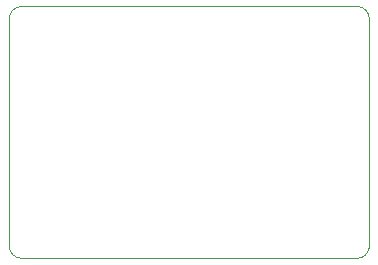
<source format=gko>
%FSLAX25Y25*%
%MOIN*%
G70*
G01*
G75*
G04 Layer_Color=16711935*
%ADD10O,0.01575X0.05906*%
%ADD11R,0.01575X0.05906*%
%ADD12R,0.03937X0.04331*%
%ADD13R,0.03000X0.03000*%
%ADD14R,0.02756X0.03543*%
%ADD15R,0.07480X0.02362*%
%ADD16R,0.04528X0.01181*%
%ADD17R,0.04528X0.02362*%
%ADD18R,0.04724X0.03937*%
%ADD19R,0.04528X0.05512*%
%ADD20R,0.03000X0.03000*%
%ADD21R,0.04331X0.03937*%
%ADD22C,0.00600*%
%ADD23C,0.01000*%
%ADD24O,0.08263X0.03937*%
%ADD25O,0.07082X0.03937*%
%ADD26C,0.02559*%
%ADD27C,0.05906*%
%ADD28R,0.05906X0.05906*%
%ADD29R,0.05906X0.05906*%
%ADD30C,0.02000*%
%ADD31C,0.00394*%
%ADD32C,0.02362*%
%ADD33C,0.00984*%
%ADD34C,0.01181*%
%ADD35C,0.00787*%
%ADD36C,0.00197*%
%ADD37C,0.00800*%
%ADD38C,0.00100*%
%ADD39C,0.00300*%
%ADD40O,0.02375X0.06706*%
%ADD41R,0.02375X0.06706*%
%ADD42R,0.04737X0.05131*%
%ADD43R,0.03800X0.03800*%
%ADD44R,0.03556X0.04343*%
%ADD45R,0.08280X0.03162*%
%ADD46R,0.05328X0.01981*%
%ADD47R,0.05328X0.03162*%
%ADD48R,0.05524X0.04737*%
%ADD49R,0.05328X0.06312*%
%ADD50R,0.03800X0.03800*%
%ADD51R,0.05131X0.04737*%
%ADD52O,0.09063X0.04737*%
%ADD53O,0.07882X0.04737*%
%ADD54C,0.03359*%
%ADD55C,0.06706*%
%ADD56R,0.06706X0.06706*%
%ADD57R,0.06706X0.06706*%
D36*
X587400Y253903D02*
G03*
X586200Y256800I-4097J0D01*
G01*
D02*
G03*
X583303Y258000I-2897J-2897D01*
G01*
X586200Y175200D02*
G03*
X587400Y178097I-2897J2897D01*
G01*
X583303Y174000D02*
G03*
X586200Y175200I0J4097D01*
G01*
X468600D02*
G03*
X471497Y174000I2897J2897D01*
G01*
X467400Y178097D02*
G03*
X468600Y175200I4097J0D01*
G01*
Y256800D02*
G03*
X467400Y253903I2897J-2897D01*
G01*
X471497Y258000D02*
G03*
X468600Y256800I0J-4097D01*
G01*
X467400Y177497D02*
Y178800D01*
Y177600D02*
Y254400D01*
X587400Y177497D02*
Y178200D01*
X471000Y174000D02*
X583200D01*
X587400Y253800D02*
Y253903D01*
X583200Y258000D02*
X583303D01*
X587400Y177600D02*
Y253800D01*
X471000Y258000D02*
X583200D01*
M02*

</source>
